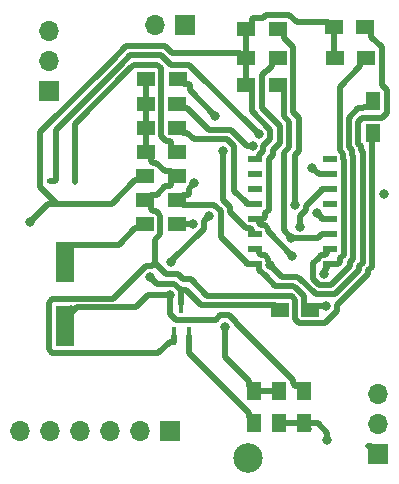
<source format=gbr>
G04 #@! TF.GenerationSoftware,KiCad,Pcbnew,(5.1.4)-1*
G04 #@! TF.CreationDate,2021-01-18T22:47:00+01:00*
G04 #@! TF.ProjectId,Atari XL s-video,41746172-6920-4584-9c20-732d76696465,rev?*
G04 #@! TF.SameCoordinates,Original*
G04 #@! TF.FileFunction,Copper,L1,Top*
G04 #@! TF.FilePolarity,Positive*
%FSLAX46Y46*%
G04 Gerber Fmt 4.6, Leading zero omitted, Abs format (unit mm)*
G04 Created by KiCad (PCBNEW (5.1.4)-1) date 2021-01-18 22:47:00*
%MOMM*%
%LPD*%
G04 APERTURE LIST*
%ADD10C,2.499360*%
%ADD11R,1.700000X1.700000*%
%ADD12O,1.700000X1.700000*%
%ADD13R,1.600000X3.500000*%
%ADD14R,1.500000X1.250000*%
%ADD15R,0.600000X0.450000*%
%ADD16R,0.450000X1.500000*%
%ADD17R,1.500000X1.300000*%
%ADD18R,1.300000X1.500000*%
%ADD19R,1.143000X0.508000*%
%ADD20C,0.800000*%
%ADD21C,0.500000*%
G04 APERTURE END LIST*
D10*
X192100000Y-94716600D03*
D11*
X185496000Y-92456000D03*
D12*
X182956000Y-92456000D03*
X180416000Y-92456000D03*
X177876000Y-92456000D03*
X175336000Y-92456000D03*
X172796000Y-92456000D03*
D11*
X175260000Y-63652400D03*
D12*
X175260000Y-61112400D03*
X175260000Y-58572400D03*
D11*
X203149000Y-94361000D03*
D12*
X203149000Y-91821000D03*
X203149000Y-89281000D03*
X184252000Y-58064400D03*
D11*
X186792000Y-58064400D03*
D13*
X176606000Y-83573600D03*
X176606000Y-78173600D03*
D14*
X197389000Y-82169000D03*
X194889000Y-82169000D03*
D15*
X175353000Y-71323200D03*
X177453000Y-71323200D03*
D16*
X186487000Y-81728000D03*
X187137000Y-84388000D03*
X185837000Y-84388000D03*
D17*
X194644000Y-58394600D03*
X191944000Y-58394600D03*
X191944000Y-60833000D03*
X194644000Y-60833000D03*
X194644000Y-63195200D03*
X191944000Y-63195200D03*
X199386000Y-58242200D03*
X202086000Y-58242200D03*
X202162000Y-60833000D03*
X199462000Y-60833000D03*
D18*
X202692000Y-67237600D03*
X202692000Y-64537600D03*
D17*
X186186000Y-62636400D03*
X183486000Y-62636400D03*
X183460000Y-64744600D03*
X186160000Y-64744600D03*
X186160000Y-66802000D03*
X183460000Y-66802000D03*
X183460000Y-68834000D03*
X186160000Y-68834000D03*
X186135000Y-70840600D03*
X183435000Y-70840600D03*
X186110000Y-72898000D03*
X183410000Y-72898000D03*
X183410000Y-74904600D03*
X186110000Y-74904600D03*
D18*
X192634000Y-91803200D03*
X192634000Y-89103200D03*
X194767000Y-89103200D03*
X194767000Y-91803200D03*
X196901000Y-91803200D03*
X196901000Y-89103200D03*
D19*
X199111000Y-70713600D03*
X192761000Y-69443600D03*
X192761000Y-70713600D03*
X192761000Y-71983600D03*
X192761000Y-73253600D03*
X192761000Y-74523600D03*
X192761000Y-75793600D03*
X192761000Y-77063600D03*
X192761000Y-78333600D03*
X199111000Y-78333600D03*
X199111000Y-77063600D03*
X199111000Y-75793600D03*
X199111000Y-74523600D03*
X199111000Y-73253600D03*
X199111000Y-71983600D03*
X199111000Y-69443600D03*
D20*
X185516900Y-80945200D03*
X187585100Y-71482900D03*
X198831200Y-93192600D03*
X198750700Y-81887200D03*
X203631800Y-72390000D03*
X183863400Y-79430800D03*
X173659800Y-74752200D03*
X190171800Y-83620700D03*
X188867800Y-74229900D03*
X185642100Y-78165700D03*
X198569400Y-79187700D03*
X194022000Y-78429800D03*
X195753700Y-76085400D03*
X195875400Y-77627500D03*
X196514500Y-75204200D03*
X187460100Y-74937700D03*
X196094900Y-73308300D03*
X197582300Y-70167000D03*
X193075800Y-67345000D03*
X189980300Y-68716200D03*
X189348900Y-65745700D03*
X197998700Y-73961700D03*
X192545600Y-68344800D03*
D21*
X196901000Y-89103200D02*
X196501000Y-88603200D01*
X196501000Y-88603200D02*
X196251000Y-88603200D01*
X196251000Y-88603200D02*
X196147400Y-88603200D01*
X196147400Y-88603200D02*
X196001000Y-88456800D01*
X196001000Y-88456800D02*
X195967100Y-88422900D01*
X195967100Y-88422900D02*
X195967100Y-88125300D01*
X195967100Y-88125300D02*
X191121900Y-83280100D01*
X191121900Y-83280100D02*
X191121900Y-83227200D01*
X191121900Y-83227200D02*
X190565300Y-82670600D01*
X190565300Y-82670600D02*
X189778300Y-82670600D01*
X189778300Y-82670600D02*
X189420800Y-83028100D01*
X189420800Y-83028100D02*
X186489900Y-83028100D01*
X186489900Y-83028100D02*
X186034100Y-83028100D01*
X186034100Y-83028100D02*
X185711900Y-82705900D01*
X185711900Y-82705900D02*
X185516900Y-82510900D01*
X185516900Y-82510900D02*
X185516900Y-80945200D01*
X176606000Y-83573600D02*
X177156000Y-82073600D01*
X177639890Y-81973510D02*
X182643690Y-81973510D01*
X176606000Y-83573600D02*
X176606000Y-83007400D01*
X176606000Y-83007400D02*
X177639890Y-81973510D01*
X183672000Y-80945200D02*
X185516900Y-80945200D01*
X182643690Y-81973510D02*
X183672000Y-80945200D01*
X183410000Y-74904600D02*
X182910000Y-75304600D01*
X182910000Y-75304600D02*
X182660000Y-75304600D01*
X182660000Y-75304600D02*
X182556400Y-75304600D01*
X182556400Y-75304600D02*
X181187400Y-76673600D01*
X181187400Y-76673600D02*
X177406000Y-76673600D01*
X177406000Y-76673600D02*
X177156000Y-76673600D01*
X177156000Y-76673600D02*
X176606000Y-78173600D01*
X186110000Y-72898000D02*
X186610000Y-72498000D01*
X186610000Y-72498000D02*
X186860000Y-72498000D01*
X186860000Y-72498000D02*
X186963600Y-72498000D01*
X186963600Y-72498000D02*
X187110000Y-72351600D01*
X187110000Y-72351600D02*
X187110000Y-71958000D01*
X187110000Y-71958000D02*
X187585100Y-71482900D01*
X198750700Y-81887200D02*
X198750700Y-81887200D01*
X198139000Y-81887200D02*
X197889000Y-81887200D01*
X197889000Y-81887200D02*
X197389000Y-82169000D01*
X186110000Y-72898000D02*
X186610000Y-73279800D01*
X186610000Y-73279800D02*
X186860000Y-73279800D01*
X186860000Y-73279800D02*
X189261300Y-73279800D01*
X189261300Y-73279800D02*
X189817900Y-73836400D01*
X189817900Y-73836400D02*
X189817900Y-76062300D01*
X189817900Y-76062300D02*
X191939000Y-78183400D01*
X191939000Y-78183400D02*
X192085700Y-78330100D01*
X192085700Y-78330100D02*
X192089200Y-78333600D01*
X192089200Y-78333600D02*
X192189500Y-78333600D01*
X192189500Y-78333600D02*
X192761000Y-78333600D01*
X192761000Y-78333600D02*
X193082500Y-78337600D01*
X193082500Y-78337600D02*
X193082500Y-78587600D01*
X193082500Y-78587600D02*
X193082500Y-78819000D01*
X193082500Y-78819000D02*
X193632800Y-79369300D01*
X193632800Y-79369300D02*
X194457300Y-80193800D01*
X194457300Y-80193800D02*
X195948300Y-80193800D01*
X195948300Y-80193800D02*
X196048500Y-80294000D01*
X196048500Y-80294000D02*
X196156800Y-80294000D01*
X196156800Y-80294000D02*
X196889000Y-81026200D01*
X196889000Y-81026200D02*
X196889000Y-81544000D01*
X196889000Y-81544000D02*
X196889000Y-81794000D01*
X196889000Y-81794000D02*
X197389000Y-82169000D01*
X194767000Y-91803200D02*
X195167000Y-91803200D01*
X195167000Y-91803200D02*
X195417000Y-91803200D01*
X195417000Y-91803200D02*
X196251000Y-91803200D01*
X196251000Y-91803200D02*
X196501000Y-91803200D01*
X196501000Y-91803200D02*
X196901000Y-91803200D01*
X196901000Y-91803200D02*
X197301000Y-92303200D01*
X202299000Y-93761000D02*
X202549000Y-93761000D01*
X202549000Y-93761000D02*
X203149000Y-94361000D01*
X198051000Y-91803200D02*
X198831200Y-92583400D01*
X196901000Y-91803200D02*
X198051000Y-91803200D01*
X198831200Y-92583400D02*
X198831200Y-93192600D01*
X198831200Y-93192600D02*
X198831200Y-93192600D01*
X198750700Y-81887200D02*
X198139000Y-81887200D01*
X194889000Y-82169000D02*
X194389000Y-81794000D01*
X194389000Y-81794000D02*
X194139000Y-81794000D01*
X194139000Y-81794000D02*
X188164500Y-81794000D01*
X188164500Y-81794000D02*
X186898400Y-80527900D01*
X186898400Y-80527900D02*
X186673400Y-80527900D01*
X186673400Y-80527900D02*
X186569100Y-80527900D01*
X192761000Y-69443600D02*
X193082500Y-69439600D01*
X193082500Y-69439600D02*
X193082500Y-69189600D01*
X193082500Y-69189600D02*
X193082500Y-69085500D01*
X193082500Y-69085500D02*
X193449000Y-68719000D01*
X193449000Y-68719000D02*
X193449000Y-68315400D01*
X193449000Y-68315400D02*
X194025900Y-67738500D01*
X194025900Y-67738500D02*
X194025900Y-66951500D01*
X194025900Y-66951500D02*
X192444000Y-65369600D01*
X192444000Y-65369600D02*
X192444000Y-63845200D01*
X192444000Y-63845200D02*
X192444000Y-63595200D01*
X192444000Y-63595200D02*
X191944000Y-63195200D01*
X183863400Y-79430800D02*
X184427700Y-79995100D01*
X184427700Y-79995100D02*
X185910400Y-79995100D01*
X185910400Y-79995100D02*
X186357900Y-80442600D01*
X186357900Y-80442600D02*
X186483800Y-80442600D01*
X186483800Y-80442600D02*
X186569100Y-80527900D01*
X199462000Y-60833000D02*
X199424000Y-60433000D01*
X199424000Y-60433000D02*
X199424000Y-60183000D01*
X199424000Y-60183000D02*
X199424000Y-58892200D01*
X199424000Y-58892200D02*
X199424000Y-58642200D01*
X199424000Y-58642200D02*
X199386000Y-58242200D01*
X199386000Y-58242200D02*
X198886000Y-57842200D01*
X198886000Y-57842200D02*
X198636000Y-57842200D01*
X198636000Y-57842200D02*
X196269600Y-57842200D01*
X196269600Y-57842200D02*
X195621900Y-57194500D01*
X195621900Y-57194500D02*
X195371900Y-57194500D01*
X195371900Y-57194500D02*
X195325900Y-57194500D01*
X195325900Y-57194500D02*
X194371900Y-57194500D01*
X194371900Y-57194500D02*
X194121900Y-57194500D01*
X194121900Y-57194500D02*
X193666100Y-57194500D01*
X193666100Y-57194500D02*
X193366000Y-57494600D01*
X193366000Y-57494600D02*
X192590400Y-57494600D01*
X192590400Y-57494600D02*
X192444000Y-57641000D01*
X192444000Y-57641000D02*
X192444000Y-57744600D01*
X192444000Y-57744600D02*
X192444000Y-57994600D01*
X192444000Y-57994600D02*
X191944000Y-58394600D01*
X191944000Y-58394600D02*
X191944000Y-58794600D01*
X191944000Y-58794600D02*
X191944000Y-59044600D01*
X191944000Y-59044600D02*
X191944000Y-60183000D01*
X191944000Y-60183000D02*
X191944000Y-60433000D01*
X191944000Y-60433000D02*
X191944000Y-60833000D01*
X191944000Y-60833000D02*
X191944000Y-61233000D01*
X191944000Y-61233000D02*
X191944000Y-61483000D01*
X191944000Y-61483000D02*
X191944000Y-62545200D01*
X191944000Y-62545200D02*
X191944000Y-62795200D01*
X191944000Y-62795200D02*
X191944000Y-63195200D01*
X191944000Y-60833000D02*
X191444000Y-60433000D01*
X191444000Y-60433000D02*
X191194000Y-60433000D01*
X191194000Y-60433000D02*
X185723600Y-60433000D01*
X185723600Y-60433000D02*
X185126700Y-59836100D01*
X185126700Y-59836100D02*
X184876700Y-59836100D01*
X184876700Y-59836100D02*
X183876700Y-59836100D01*
X183876700Y-59836100D02*
X183626700Y-59836100D01*
X183626700Y-59836100D02*
X181845300Y-59836100D01*
X181845300Y-59836100D02*
X180585700Y-61095700D01*
X180585700Y-61095700D02*
X174502900Y-67178500D01*
X174502900Y-67178500D02*
X174502900Y-71320300D01*
X174502900Y-71320300D02*
X174502900Y-71776100D01*
X174502900Y-71776100D02*
X174825100Y-72098300D01*
X174825100Y-72098300D02*
X175938800Y-73212000D01*
X175938800Y-73212000D02*
X176009200Y-73212000D01*
X183435000Y-70840600D02*
X182935000Y-71240600D01*
X182935000Y-71240600D02*
X182685000Y-71240600D01*
X182685000Y-71240600D02*
X182581400Y-71240600D01*
X182581400Y-71240600D02*
X180610000Y-73212000D01*
X180610000Y-73212000D02*
X176009200Y-73212000D01*
X186487000Y-81728000D02*
X186487000Y-80978000D01*
X186487000Y-80978000D02*
X186487000Y-80610000D01*
X186487000Y-80610000D02*
X186569100Y-80527900D01*
X175938800Y-73212000D02*
X175200000Y-73212000D01*
X175200000Y-73212000D02*
X173659800Y-74752200D01*
X173659800Y-74752200D02*
X173659800Y-74752200D01*
X194767000Y-89103200D02*
X194367000Y-89103200D01*
X194367000Y-89103200D02*
X194117000Y-89103200D01*
X194117000Y-89103200D02*
X193284000Y-89103200D01*
X193284000Y-89103200D02*
X193034000Y-89103200D01*
X193034000Y-89103200D02*
X192634000Y-89103200D01*
X192634000Y-89103200D02*
X192234000Y-88603200D01*
X192234000Y-88603200D02*
X192234000Y-88353200D01*
X192234000Y-88353200D02*
X192234000Y-88249600D01*
X192234000Y-88249600D02*
X190171800Y-86187400D01*
X190171800Y-86187400D02*
X190171800Y-83620700D01*
X188867800Y-74229900D02*
X188410200Y-74687500D01*
X188410200Y-74687500D02*
X188410200Y-75331200D01*
X188410200Y-75331200D02*
X185642100Y-78099300D01*
X185642100Y-78099300D02*
X185642100Y-78165700D01*
X198569400Y-79187700D02*
X198569400Y-78911300D01*
X198569400Y-78911300D02*
X198789500Y-78691200D01*
X198789500Y-78691200D02*
X198789500Y-78587600D01*
X198789500Y-78587600D02*
X198789500Y-78337600D01*
X198789500Y-78337600D02*
X199111000Y-78333600D01*
X202162000Y-60833000D02*
X201662000Y-61233000D01*
X201662000Y-61233000D02*
X201662000Y-61483000D01*
X201662000Y-61483000D02*
X201662000Y-61586600D01*
X201662000Y-61586600D02*
X199891700Y-63356900D01*
X199891700Y-63356900D02*
X199891700Y-65926600D01*
X199891700Y-65926600D02*
X199891700Y-67708000D01*
X199891700Y-67708000D02*
X199891700Y-68685200D01*
X199891700Y-68685200D02*
X200187100Y-68980600D01*
X200187100Y-68980600D02*
X200187100Y-69424200D01*
X200187100Y-69424200D02*
X200232600Y-69469700D01*
X200232600Y-69469700D02*
X200232600Y-70231700D01*
X200232600Y-70231700D02*
X200232600Y-70485700D01*
X200232600Y-70485700D02*
X200232600Y-70739700D01*
X200232600Y-70739700D02*
X200232600Y-71501700D01*
X200232600Y-71501700D02*
X200232600Y-71755700D01*
X200232600Y-71755700D02*
X200232600Y-72009700D01*
X200232600Y-72009700D02*
X200232600Y-72771700D01*
X200232600Y-72771700D02*
X200232600Y-73279700D01*
X200232600Y-73279700D02*
X200232600Y-74041700D01*
X200232600Y-74041700D02*
X200232600Y-74295700D01*
X200232600Y-74295700D02*
X200232600Y-74549700D01*
X200232600Y-74549700D02*
X200232600Y-75311700D01*
X200232600Y-75311700D02*
X200232600Y-75565700D01*
X200232600Y-75565700D02*
X200232600Y-75819700D01*
X200232600Y-75819700D02*
X200232600Y-76581700D01*
X200232600Y-76581700D02*
X200232600Y-76835700D01*
X200232600Y-76835700D02*
X200232600Y-77089700D01*
X200232600Y-77089700D02*
X200232600Y-77545500D01*
X200232600Y-77545500D02*
X199933000Y-77845100D01*
X199933000Y-77845100D02*
X199933000Y-78183400D01*
X199933000Y-78183400D02*
X199786300Y-78330100D01*
X199786300Y-78330100D02*
X199782800Y-78333600D01*
X199782800Y-78333600D02*
X199682500Y-78333600D01*
X199682500Y-78333600D02*
X199111000Y-78333600D01*
X202086000Y-58242200D02*
X202586000Y-58642200D01*
X202586000Y-58642200D02*
X202586000Y-58892200D01*
X202586000Y-58892200D02*
X202586000Y-59079000D01*
X202586000Y-59079000D02*
X203462100Y-59955100D01*
X203462100Y-59955100D02*
X203462100Y-60205100D01*
X203462100Y-60205100D02*
X203462100Y-60309100D01*
X203462100Y-60309100D02*
X203462100Y-61005100D01*
X203462100Y-61005100D02*
X203462100Y-61255100D01*
X203462100Y-61255100D02*
X203462100Y-63129700D01*
X203462100Y-63129700D02*
X203892100Y-63559700D01*
X203892100Y-63559700D02*
X203892100Y-63809700D01*
X203892100Y-63809700D02*
X203892100Y-64214200D01*
X203892100Y-64214200D02*
X203892100Y-64809700D01*
X203892100Y-64809700D02*
X203892100Y-65059700D01*
X203892100Y-65059700D02*
X203892100Y-65515500D01*
X203892100Y-65515500D02*
X203569900Y-65837700D01*
X203569900Y-65837700D02*
X203470100Y-65937500D01*
X203470100Y-65937500D02*
X201814100Y-65937500D01*
X201814100Y-65937500D02*
X201491900Y-66259700D01*
X201491900Y-66259700D02*
X201491900Y-66589400D01*
X201491900Y-66589400D02*
X201491900Y-67045200D01*
X201491900Y-67045200D02*
X201491900Y-68151200D01*
X201491900Y-68151200D02*
X201696200Y-68355500D01*
X201696200Y-68355500D02*
X201696200Y-68670300D01*
X201696200Y-68670300D02*
X201832800Y-68806900D01*
X201832800Y-68806900D02*
X201832800Y-69568900D01*
X201832800Y-69568900D02*
X201832800Y-69822900D01*
X201832800Y-69822900D02*
X201832800Y-70076900D01*
X201832800Y-70076900D02*
X201832800Y-70838900D01*
X201832800Y-70838900D02*
X201832800Y-71092900D01*
X201832800Y-71092900D02*
X201832800Y-71346900D01*
X201832800Y-71346900D02*
X201832800Y-72108900D01*
X201832800Y-72108900D02*
X201832800Y-72616900D01*
X201832800Y-72616900D02*
X201832800Y-73378900D01*
X201832800Y-73378900D02*
X201832800Y-73632900D01*
X201832800Y-73632900D02*
X201832800Y-73886900D01*
X201832800Y-73886900D02*
X201832800Y-74648900D01*
X201832800Y-74648900D02*
X201832800Y-74902900D01*
X201832800Y-74902900D02*
X201832800Y-75156900D01*
X201832800Y-75156900D02*
X201832800Y-75918900D01*
X201832800Y-75918900D02*
X201832800Y-76172900D01*
X201832800Y-76172900D02*
X201832800Y-76426900D01*
X201832800Y-76426900D02*
X201832800Y-78208300D01*
X201832800Y-78208300D02*
X201533200Y-78507900D01*
X201533200Y-78507900D02*
X201533200Y-78846200D01*
X201533200Y-78846200D02*
X200449100Y-79930300D01*
X200449100Y-79930300D02*
X199506400Y-80873000D01*
X199506400Y-80873000D02*
X199267500Y-80873000D01*
X199267500Y-80873000D02*
X197871300Y-80873000D01*
X197871300Y-80873000D02*
X197871200Y-80873000D01*
X197871200Y-80873000D02*
X196489300Y-79491100D01*
X196489300Y-79491100D02*
X196377100Y-79491100D01*
X196377100Y-79491100D02*
X196279700Y-79393700D01*
X196279700Y-79393700D02*
X195029700Y-79393700D01*
X195029700Y-79393700D02*
X194985900Y-79393700D01*
X194985900Y-79393700D02*
X194022000Y-78429800D01*
X192761000Y-77063600D02*
X193082500Y-77067600D01*
X193082500Y-77067600D02*
X193082500Y-77317600D01*
X193082500Y-77317600D02*
X193082500Y-77421200D01*
X193082500Y-77421200D02*
X193228900Y-77567600D01*
X193228900Y-77567600D02*
X193229200Y-77567900D01*
X193229200Y-77567900D02*
X193544500Y-77567900D01*
X193544500Y-77567900D02*
X193844200Y-77867600D01*
X193844200Y-77867600D02*
X193844200Y-78067300D01*
X193844200Y-78067300D02*
X193882600Y-78105700D01*
X193882600Y-78105700D02*
X193882600Y-78290400D01*
X193882600Y-78290400D02*
X194022000Y-78429800D01*
X199111000Y-75793600D02*
X198539500Y-75793600D01*
X198539500Y-75793600D02*
X198536000Y-75797100D01*
X198536000Y-75797100D02*
X198435700Y-75797100D01*
X198435700Y-75797100D02*
X198078500Y-76154300D01*
X198078500Y-76154300D02*
X196908000Y-76154300D01*
X196908000Y-76154300D02*
X196121000Y-76154300D01*
X196121000Y-76154300D02*
X195822600Y-76154300D01*
X195822600Y-76154300D02*
X195753700Y-76085400D01*
X194644000Y-63195200D02*
X195144000Y-63595200D01*
X195144000Y-63595200D02*
X195144000Y-63845200D01*
X195144000Y-63845200D02*
X195144000Y-65806500D01*
X195144000Y-65806500D02*
X195626100Y-66288600D01*
X195626100Y-66288600D02*
X195626100Y-68401400D01*
X195626100Y-68401400D02*
X195144800Y-68882700D01*
X195144800Y-68882700D02*
X195144800Y-72914800D01*
X195144800Y-72914800D02*
X195144800Y-73701800D01*
X195144800Y-73701800D02*
X195144800Y-75476500D01*
X195144800Y-75476500D02*
X195753700Y-76085400D01*
X192761000Y-74523600D02*
X193082500Y-74527600D01*
X193082500Y-74527600D02*
X193082500Y-74777600D01*
X193082500Y-74777600D02*
X193082500Y-74881200D01*
X193082500Y-74881200D02*
X193228900Y-75027600D01*
X193228900Y-75027600D02*
X193229200Y-75027900D01*
X193229200Y-75027900D02*
X193544500Y-75027900D01*
X193544500Y-75027900D02*
X193844200Y-75327600D01*
X193844200Y-75327600D02*
X193844200Y-75527300D01*
X193844200Y-75527300D02*
X193882600Y-75565700D01*
X193882600Y-75565700D02*
X193882600Y-75634700D01*
X193882600Y-75634700D02*
X195875400Y-77627500D01*
X194644000Y-60833000D02*
X194144000Y-61233000D01*
X194144000Y-61233000D02*
X194144000Y-61483000D01*
X194144000Y-61483000D02*
X194144000Y-61586600D01*
X194144000Y-61586600D02*
X193997600Y-61733000D01*
X193997600Y-61733000D02*
X193735500Y-61995100D01*
X193735500Y-61995100D02*
X193666100Y-61995100D01*
X193666100Y-61995100D02*
X193343900Y-62317300D01*
X193343900Y-62317300D02*
X193343900Y-63617300D01*
X193343900Y-63617300D02*
X193343900Y-64073100D01*
X193343900Y-64073100D02*
X193343900Y-65137900D01*
X193343900Y-65137900D02*
X194826000Y-66620000D01*
X194826000Y-66620000D02*
X194826000Y-68070000D01*
X194826000Y-68070000D02*
X194249100Y-68646900D01*
X194249100Y-68646900D02*
X194249100Y-69050400D01*
X194249100Y-69050400D02*
X193882600Y-69416900D01*
X193882600Y-69416900D02*
X193882600Y-73735500D01*
X193882600Y-73735500D02*
X193583000Y-74035100D01*
X193583000Y-74035100D02*
X193583000Y-74373400D01*
X193583000Y-74373400D02*
X193436300Y-74520100D01*
X193436300Y-74520100D02*
X193432800Y-74523600D01*
X193432800Y-74523600D02*
X193332500Y-74523600D01*
X193332500Y-74523600D02*
X192761000Y-74523600D01*
X199111000Y-71983600D02*
X198539500Y-71983600D01*
X198539500Y-71983600D02*
X198536000Y-71987100D01*
X198536000Y-71987100D02*
X198435700Y-71987100D01*
X198435700Y-71987100D02*
X198289000Y-72133800D01*
X198289000Y-72133800D02*
X197045000Y-73377800D01*
X197045000Y-73377800D02*
X197045000Y-73701800D01*
X197045000Y-73701800D02*
X196514500Y-74232300D01*
X196514500Y-74232300D02*
X196514500Y-75204200D01*
X186110000Y-74904600D02*
X186610000Y-74937700D01*
X186610000Y-74937700D02*
X186860000Y-74937700D01*
X186860000Y-74937700D02*
X187460100Y-74937700D01*
X194644000Y-58394600D02*
X195144000Y-58794600D01*
X195144000Y-58794600D02*
X195144000Y-59044600D01*
X195144000Y-59044600D02*
X195144000Y-59155000D01*
X195144000Y-59155000D02*
X195944100Y-59955100D01*
X195944100Y-59955100D02*
X195944100Y-60205100D01*
X195944100Y-60205100D02*
X195944100Y-61005100D01*
X195944100Y-61005100D02*
X195944100Y-61255100D01*
X195944100Y-61255100D02*
X195944100Y-62317300D01*
X195944100Y-62317300D02*
X195944100Y-62567300D01*
X195944100Y-62567300D02*
X195944100Y-63367300D01*
X195944100Y-63367300D02*
X195944100Y-63617300D01*
X195944100Y-63617300D02*
X195944100Y-65475100D01*
X195944100Y-65475100D02*
X196426200Y-65957200D01*
X196426200Y-65957200D02*
X196426200Y-68732800D01*
X196426200Y-68732800D02*
X196094900Y-69064100D01*
X196094900Y-69064100D02*
X196094900Y-73308300D01*
X193075800Y-67345000D02*
X193072600Y-67345000D01*
X193072600Y-67345000D02*
X187163900Y-61436300D01*
X187163900Y-61436300D02*
X186913900Y-61436300D01*
X186913900Y-61436300D02*
X186294900Y-61436300D01*
X186294900Y-61436300D02*
X185913900Y-61436300D01*
X185913900Y-61436300D02*
X185663900Y-61436300D01*
X185663900Y-61436300D02*
X185595400Y-61436300D01*
X185595400Y-61436300D02*
X184795300Y-60636200D01*
X184795300Y-60636200D02*
X184545300Y-60636200D01*
X184545300Y-60636200D02*
X183545300Y-60636200D01*
X183545300Y-60636200D02*
X183295300Y-60636200D01*
X183295300Y-60636200D02*
X182176700Y-60636200D01*
X182176700Y-60636200D02*
X181385800Y-61427100D01*
X181385800Y-61427100D02*
X175878000Y-66934900D01*
X175878000Y-66934900D02*
X175878000Y-71191400D01*
X175878000Y-71191400D02*
X175746200Y-71323200D01*
X175746200Y-71323200D02*
X175653000Y-71323200D01*
X175653000Y-71323200D02*
X175353000Y-71323200D01*
X199111000Y-70713600D02*
X198539500Y-70713600D01*
X198539500Y-70713600D02*
X198128900Y-70713600D01*
X198128900Y-70713600D02*
X197582300Y-70167000D01*
X186160000Y-68834000D02*
X185660000Y-68434000D01*
X185660000Y-68434000D02*
X185660000Y-68184000D01*
X185660000Y-68184000D02*
X185660000Y-68080400D01*
X185660000Y-68080400D02*
X185513600Y-67934000D01*
X185513600Y-67934000D02*
X185210600Y-67934000D01*
X185210600Y-67934000D02*
X185210400Y-67933800D01*
X185210400Y-67933800D02*
X184928200Y-67651600D01*
X184928200Y-67651600D02*
X184786100Y-67509500D01*
X184786100Y-67509500D02*
X184786100Y-61758500D01*
X184786100Y-61758500D02*
X184463900Y-61436300D01*
X184463900Y-61436300D02*
X184213900Y-61436300D01*
X184213900Y-61436300D02*
X183213900Y-61436300D01*
X183213900Y-61436300D02*
X182963900Y-61436300D01*
X182963900Y-61436300D02*
X182508100Y-61436300D01*
X182508100Y-61436300D02*
X182185900Y-61758500D01*
X182185900Y-61758500D02*
X177503000Y-66441400D01*
X177503000Y-66441400D02*
X177503000Y-71098200D01*
X177503000Y-71098200D02*
X177503000Y-71348200D01*
X177503000Y-71348200D02*
X177453000Y-71323200D01*
X192634000Y-91803200D02*
X192234000Y-91303200D01*
X192234000Y-91303200D02*
X192234000Y-91053200D01*
X192234000Y-91053200D02*
X192234000Y-90949600D01*
X192234000Y-90949600D02*
X187137000Y-85852600D01*
X187137000Y-85852600D02*
X187137000Y-85138000D01*
X187137000Y-85138000D02*
X187137000Y-84388000D01*
X202692000Y-67237600D02*
X202632900Y-67737600D01*
X202632900Y-67737600D02*
X202632900Y-67987600D01*
X202632900Y-67987600D02*
X202632900Y-78539700D01*
X202632900Y-78539700D02*
X202333300Y-78839300D01*
X202333300Y-78839300D02*
X202333300Y-79177600D01*
X202333300Y-79177600D02*
X199700800Y-81810100D01*
X199700800Y-81810100D02*
X199700800Y-82280700D01*
X199700800Y-82280700D02*
X199144200Y-82837300D01*
X199144200Y-82837300D02*
X198637400Y-83344100D01*
X198637400Y-83344100D02*
X197116900Y-83344100D01*
X197116900Y-83344100D02*
X196661100Y-83344100D01*
X196661100Y-83344100D02*
X196482000Y-83344100D01*
X196482000Y-83344100D02*
X196431900Y-83294000D01*
X196431900Y-83294000D02*
X196139000Y-83001100D01*
X196139000Y-83001100D02*
X196139000Y-81336900D01*
X196139000Y-81336900D02*
X195846100Y-81044000D01*
X195846100Y-81044000D02*
X195667000Y-81044000D01*
X195667000Y-81044000D02*
X195616900Y-80993900D01*
X195616900Y-80993900D02*
X194616900Y-80993900D01*
X194616900Y-80993900D02*
X194366900Y-80993900D01*
X194366900Y-80993900D02*
X188637400Y-80993900D01*
X188637400Y-80993900D02*
X187271300Y-79627800D01*
X187271300Y-79627800D02*
X186821300Y-79627800D01*
X186821300Y-79627800D02*
X186674700Y-79627800D01*
X186674700Y-79627800D02*
X186241900Y-79195000D01*
X186241900Y-79195000D02*
X185212100Y-79195000D01*
X185212100Y-79195000D02*
X184235600Y-78218500D01*
X183486000Y-62636400D02*
X183473000Y-63036400D01*
X183473000Y-63036400D02*
X183473000Y-63286400D01*
X183473000Y-63286400D02*
X183473000Y-64094600D01*
X183473000Y-64094600D02*
X183473000Y-64344600D01*
X183473000Y-64344600D02*
X183460000Y-64744600D01*
X183460000Y-64744600D02*
X183460000Y-65144600D01*
X183460000Y-65144600D02*
X183460000Y-65394600D01*
X183460000Y-65394600D02*
X183460000Y-66152000D01*
X183460000Y-66152000D02*
X183460000Y-66402000D01*
X183460000Y-66402000D02*
X183460000Y-66802000D01*
X183460000Y-66802000D02*
X183460000Y-67202000D01*
X183460000Y-67202000D02*
X183460000Y-67452000D01*
X183460000Y-67452000D02*
X183460000Y-68184000D01*
X183460000Y-68184000D02*
X183460000Y-68434000D01*
X183460000Y-68434000D02*
X183460000Y-68834000D01*
X183460000Y-68834000D02*
X183960000Y-69234000D01*
X183960000Y-69234000D02*
X183960000Y-69484000D01*
X183960000Y-69484000D02*
X183960000Y-69587600D01*
X183960000Y-69587600D02*
X184106400Y-69734000D01*
X184106400Y-69734000D02*
X184374100Y-69734000D01*
X184374100Y-69734000D02*
X185080700Y-70440600D01*
X185080700Y-70440600D02*
X185385000Y-70440600D01*
X185385000Y-70440600D02*
X185635000Y-70440600D01*
X185635000Y-70440600D02*
X186135000Y-70840600D01*
X184235600Y-78218500D02*
X183973400Y-78480700D01*
X183973400Y-78480700D02*
X183469900Y-78480700D01*
X183469900Y-78480700D02*
X180677100Y-81273500D01*
X180677100Y-81273500D02*
X175578100Y-81273500D01*
X175578100Y-81273500D02*
X175255900Y-81595700D01*
X175255900Y-81595700D02*
X175255900Y-85095700D01*
X175255900Y-85095700D02*
X175255900Y-85551500D01*
X175255900Y-85551500D02*
X175578100Y-85873700D01*
X175578100Y-85873700D02*
X177178100Y-85873700D01*
X177178100Y-85873700D02*
X177633900Y-85873700D01*
X177633900Y-85873700D02*
X184522700Y-85873700D01*
X184522700Y-85873700D02*
X185508400Y-84888000D01*
X185508400Y-84888000D02*
X185612000Y-84888000D01*
X185612000Y-84888000D02*
X185862000Y-84888000D01*
X185862000Y-84888000D02*
X185837000Y-84388000D01*
X186135000Y-70840600D02*
X185635000Y-71240600D01*
X185635000Y-71240600D02*
X185635000Y-71490600D01*
X185635000Y-71490600D02*
X185635000Y-71594200D01*
X185635000Y-71594200D02*
X185488600Y-71740600D01*
X185488600Y-71740600D02*
X185488300Y-71740900D01*
X185488300Y-71740900D02*
X185150000Y-71740900D01*
X185150000Y-71740900D02*
X184392900Y-72498000D01*
X184392900Y-72498000D02*
X184160000Y-72498000D01*
X184160000Y-72498000D02*
X183910000Y-72498000D01*
X183910000Y-72498000D02*
X183410000Y-72898000D01*
X183410000Y-72898000D02*
X183910000Y-73298000D01*
X183910000Y-73298000D02*
X183910000Y-73548000D01*
X183910000Y-73548000D02*
X183910000Y-73651600D01*
X183910000Y-73651600D02*
X184056400Y-73798000D01*
X184056400Y-73798000D02*
X184349100Y-73798000D01*
X184349100Y-73798000D02*
X184616600Y-74065500D01*
X184616600Y-74065500D02*
X184616600Y-74183200D01*
X184616600Y-74183200D02*
X184710100Y-74276700D01*
X184710100Y-74276700D02*
X184710100Y-75076700D01*
X184710100Y-75076700D02*
X184710100Y-75326700D01*
X184710100Y-75326700D02*
X184710100Y-75782500D01*
X184710100Y-75782500D02*
X184235600Y-76257000D01*
X184235600Y-76257000D02*
X184235600Y-78218500D01*
X199111000Y-77063600D02*
X198789500Y-77067600D01*
X198789500Y-77067600D02*
X198789500Y-77317600D01*
X198789500Y-77317600D02*
X198789500Y-77421200D01*
X198789500Y-77421200D02*
X198643100Y-77567600D01*
X198643100Y-77567600D02*
X198642800Y-77567900D01*
X198642800Y-77567900D02*
X198327500Y-77567900D01*
X198327500Y-77567900D02*
X198027800Y-77867600D01*
X198027800Y-77867600D02*
X197651800Y-78243600D01*
X197651800Y-78243600D02*
X197651800Y-78807600D01*
X197651800Y-78807600D02*
X197651800Y-79567800D01*
X197651800Y-79567800D02*
X198189300Y-80105300D01*
X198189300Y-80105300D02*
X198949500Y-80105300D01*
X198949500Y-80105300D02*
X199142600Y-80105300D01*
X199142600Y-80105300D02*
X200117700Y-79130200D01*
X200117700Y-79130200D02*
X200733100Y-78514800D01*
X200733100Y-78514800D02*
X200733100Y-78176500D01*
X200733100Y-78176500D02*
X201032700Y-77876900D01*
X201032700Y-77876900D02*
X201032700Y-77622900D01*
X201032700Y-77622900D02*
X201032700Y-77368900D01*
X201032700Y-77368900D02*
X201032700Y-76606900D01*
X201032700Y-76606900D02*
X201032700Y-76352900D01*
X201032700Y-76352900D02*
X201032700Y-76098900D01*
X201032700Y-76098900D02*
X201032700Y-75336900D01*
X201032700Y-75336900D02*
X201032700Y-75082900D01*
X201032700Y-75082900D02*
X201032700Y-74828900D01*
X201032700Y-74828900D02*
X201032700Y-74066900D01*
X201032700Y-74066900D02*
X201032700Y-73558900D01*
X201032700Y-73558900D02*
X201032700Y-72796900D01*
X201032700Y-72796900D02*
X201032700Y-72542900D01*
X201032700Y-72542900D02*
X201032700Y-72288900D01*
X201032700Y-72288900D02*
X201032700Y-71526900D01*
X201032700Y-71526900D02*
X201032700Y-71272900D01*
X201032700Y-71272900D02*
X201032700Y-71018900D01*
X201032700Y-71018900D02*
X201032700Y-70256900D01*
X201032700Y-70256900D02*
X201032700Y-69138300D01*
X201032700Y-69138300D02*
X200941700Y-69047300D01*
X200941700Y-69047300D02*
X200941700Y-68668000D01*
X200941700Y-68668000D02*
X200691800Y-68418100D01*
X200691800Y-68418100D02*
X200691800Y-67046900D01*
X200691800Y-67046900D02*
X200691800Y-65928300D01*
X200691800Y-65928300D02*
X201482700Y-65137400D01*
X201482700Y-65137400D02*
X201838600Y-65137400D01*
X201838600Y-65137400D02*
X201938400Y-65037600D01*
X201938400Y-65037600D02*
X202042000Y-65037600D01*
X202042000Y-65037600D02*
X202292000Y-65037600D01*
X202292000Y-65037600D02*
X202692000Y-64537600D01*
X189348900Y-65745700D02*
X187186000Y-63582800D01*
X187186000Y-63582800D02*
X187186000Y-63182800D01*
X187186000Y-63182800D02*
X187039600Y-63036400D01*
X187039600Y-63036400D02*
X186936000Y-63036400D01*
X186936000Y-63036400D02*
X186686000Y-63036400D01*
X186686000Y-63036400D02*
X186186000Y-62636400D01*
X192761000Y-75793600D02*
X192439500Y-75789600D01*
X192439500Y-75789600D02*
X192439500Y-75539600D01*
X192439500Y-75539600D02*
X192439500Y-75436000D01*
X192439500Y-75436000D02*
X192293100Y-75289600D01*
X192293100Y-75289600D02*
X191977800Y-75289600D01*
X191977800Y-75289600D02*
X191977500Y-75289300D01*
X191977500Y-75289300D02*
X191677800Y-74989600D01*
X191677800Y-74989600D02*
X190618000Y-73929800D01*
X190618000Y-73929800D02*
X190618000Y-73504900D01*
X190618000Y-73504900D02*
X189980300Y-72867200D01*
X189980300Y-72867200D02*
X189980300Y-68716200D01*
X192545600Y-68344800D02*
X192084100Y-68344800D01*
X192084100Y-68344800D02*
X190705300Y-66966000D01*
X190705300Y-66966000D02*
X188835000Y-66966000D01*
X188835000Y-66966000D02*
X187013600Y-65144600D01*
X187013600Y-65144600D02*
X186910000Y-65144600D01*
X186910000Y-65144600D02*
X186660000Y-65144600D01*
X186660000Y-65144600D02*
X186160000Y-64744600D01*
X199111000Y-74523600D02*
X198539500Y-74523600D01*
X198539500Y-74523600D02*
X198439200Y-74523600D01*
X198439200Y-74523600D02*
X198435700Y-74520100D01*
X198435700Y-74520100D02*
X198289000Y-74373400D01*
X198289000Y-74373400D02*
X197998700Y-74083100D01*
X197998700Y-74083100D02*
X197998700Y-73961700D01*
X192761000Y-73253600D02*
X192189500Y-73253600D01*
X192189500Y-73253600D02*
X192089200Y-73253600D01*
X192089200Y-73253600D02*
X192085700Y-73250100D01*
X192085700Y-73250100D02*
X191939000Y-73103400D01*
X191939000Y-73103400D02*
X190930400Y-72094800D01*
X190930400Y-72094800D02*
X190930400Y-68322700D01*
X190930400Y-68322700D02*
X190373800Y-67766100D01*
X190373800Y-67766100D02*
X187577700Y-67766100D01*
X187577700Y-67766100D02*
X187013600Y-67202000D01*
X187013600Y-67202000D02*
X186910000Y-67202000D01*
X186910000Y-67202000D02*
X186660000Y-67202000D01*
X186660000Y-67202000D02*
X186160000Y-66802000D01*
M02*

</source>
